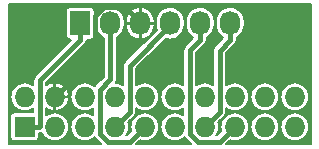
<source format=gbr>
G04 #@! TF.GenerationSoftware,KiCad,Pcbnew,(2017-10-24 revision cffe1b51e)-master*
G04 #@! TF.CreationDate,2017-11-01T11:13:37-07:00*
G04 #@! TF.ProjectId,jtag-swd,6A7461672D7377642E6B696361645F70,rev?*
G04 #@! TF.SameCoordinates,Original*
G04 #@! TF.FileFunction,Copper,L1,Top,Signal*
G04 #@! TF.FilePolarity,Positive*
%FSLAX46Y46*%
G04 Gerber Fmt 4.6, Leading zero omitted, Abs format (unit mm)*
G04 Created by KiCad (PCBNEW (2017-10-24 revision cffe1b51e)-master) date Wednesday, November 01, 2017 'AMt' 11:13:37 AM*
%MOMM*%
%LPD*%
G01*
G04 APERTURE LIST*
%ADD10R,1.727200X1.727200*%
%ADD11O,1.727200X1.727200*%
%ADD12R,1.727200X2.032000*%
%ADD13O,1.727200X2.032000*%
%ADD14C,0.508000*%
%ADD15C,0.381000*%
%ADD16C,0.203200*%
G04 APERTURE END LIST*
D10*
X31115000Y-44450000D03*
D11*
X31115000Y-41910000D03*
X33655000Y-44450000D03*
X33655000Y-41910000D03*
X36195000Y-44450000D03*
X36195000Y-41910000D03*
X38735000Y-44450000D03*
X38735000Y-41910000D03*
X41275000Y-44450000D03*
X41275000Y-41910000D03*
X43815000Y-44450000D03*
X43815000Y-41910000D03*
X46355000Y-44450000D03*
X46355000Y-41910000D03*
X48895000Y-44450000D03*
X48895000Y-41910000D03*
X51435000Y-44450000D03*
X51435000Y-41910000D03*
X53975000Y-44450000D03*
X53975000Y-41910000D03*
D12*
X35814000Y-35687000D03*
D13*
X38354000Y-35687000D03*
X40894000Y-35687000D03*
X43434000Y-35687000D03*
X45974000Y-35687000D03*
X48514000Y-35687000D03*
D14*
X38735000Y-42037000D02*
X38735000Y-41402000D01*
D15*
X31115000Y-44450000D02*
X32359600Y-44450000D01*
X32359600Y-44450000D02*
X32400899Y-44408701D01*
X32400899Y-44408701D02*
X32400899Y-40497101D01*
X32400899Y-40497101D02*
X35814000Y-37084000D01*
X35814000Y-37084000D02*
X35814000Y-35687000D01*
X33655000Y-41910000D02*
X37068101Y-38496899D01*
X39639890Y-34280490D02*
X40894000Y-35534600D01*
X37068101Y-38496899D02*
X37068101Y-35046920D01*
X37068101Y-35046920D02*
X37834531Y-34280490D01*
X37834531Y-34280490D02*
X39639890Y-34280490D01*
X40894000Y-35534600D02*
X40894000Y-35687000D01*
X40894000Y-35839400D02*
X40894000Y-35687000D01*
X38735000Y-44450000D02*
X39989101Y-43195899D01*
X39989101Y-43195899D02*
X39989101Y-39284299D01*
X39989101Y-39284299D02*
X43434000Y-35839400D01*
X43434000Y-35839400D02*
X43434000Y-35687000D01*
X41275000Y-44450000D02*
X40020899Y-45704101D01*
X40020899Y-45704101D02*
X38133031Y-45704101D01*
X38133031Y-45704101D02*
X37480899Y-45051969D01*
X37480899Y-45051969D02*
X37480899Y-41308031D01*
X37480899Y-41308031D02*
X38354000Y-40434930D01*
X38354000Y-40434930D02*
X38354000Y-37084000D01*
X38354000Y-37084000D02*
X38354000Y-35687000D01*
X46355000Y-44450000D02*
X47609101Y-43195899D01*
X47609101Y-43195899D02*
X47609101Y-37988899D01*
X47609101Y-37988899D02*
X48514000Y-37084000D01*
X48514000Y-37084000D02*
X48514000Y-35687000D01*
X48895000Y-44450000D02*
X47640899Y-45704101D01*
X47640899Y-45704101D02*
X45753031Y-45704101D01*
X45753031Y-45704101D02*
X45100899Y-45051969D01*
X45100899Y-45051969D02*
X45100899Y-37957101D01*
X45100899Y-37957101D02*
X45974000Y-37084000D01*
X45974000Y-37084000D02*
X45974000Y-35687000D01*
D16*
G36*
X55322400Y-45924400D02*
X48192902Y-45924400D01*
X48513486Y-45603816D01*
X48635615Y-45642558D01*
X48872078Y-45669081D01*
X48889101Y-45669200D01*
X48900899Y-45669200D01*
X49137710Y-45645981D01*
X49365500Y-45577207D01*
X49575594Y-45465498D01*
X49759989Y-45315109D01*
X49911662Y-45131768D01*
X50024835Y-44922459D01*
X50095197Y-44695154D01*
X50120069Y-44458512D01*
X50118520Y-44441488D01*
X50209931Y-44441488D01*
X50231496Y-44678455D01*
X50298678Y-44906720D01*
X50408918Y-45117589D01*
X50558016Y-45303030D01*
X50740293Y-45455978D01*
X50948807Y-45570610D01*
X51175615Y-45642558D01*
X51412078Y-45669081D01*
X51429101Y-45669200D01*
X51440899Y-45669200D01*
X51677710Y-45645981D01*
X51905500Y-45577207D01*
X52115594Y-45465498D01*
X52299989Y-45315109D01*
X52451662Y-45131768D01*
X52564835Y-44922459D01*
X52635197Y-44695154D01*
X52660069Y-44458512D01*
X52658520Y-44441488D01*
X52749931Y-44441488D01*
X52771496Y-44678455D01*
X52838678Y-44906720D01*
X52948918Y-45117589D01*
X53098016Y-45303030D01*
X53280293Y-45455978D01*
X53488807Y-45570610D01*
X53715615Y-45642558D01*
X53952078Y-45669081D01*
X53969101Y-45669200D01*
X53980899Y-45669200D01*
X54217710Y-45645981D01*
X54445500Y-45577207D01*
X54655594Y-45465498D01*
X54839989Y-45315109D01*
X54991662Y-45131768D01*
X55104835Y-44922459D01*
X55175197Y-44695154D01*
X55200069Y-44458512D01*
X55178504Y-44221545D01*
X55111322Y-43993280D01*
X55001082Y-43782411D01*
X54851984Y-43596970D01*
X54669707Y-43444022D01*
X54461193Y-43329390D01*
X54234385Y-43257442D01*
X53997922Y-43230919D01*
X53980899Y-43230800D01*
X53969101Y-43230800D01*
X53732290Y-43254019D01*
X53504500Y-43322793D01*
X53294406Y-43434502D01*
X53110011Y-43584891D01*
X52958338Y-43768232D01*
X52845165Y-43977541D01*
X52774803Y-44204846D01*
X52749931Y-44441488D01*
X52658520Y-44441488D01*
X52638504Y-44221545D01*
X52571322Y-43993280D01*
X52461082Y-43782411D01*
X52311984Y-43596970D01*
X52129707Y-43444022D01*
X51921193Y-43329390D01*
X51694385Y-43257442D01*
X51457922Y-43230919D01*
X51440899Y-43230800D01*
X51429101Y-43230800D01*
X51192290Y-43254019D01*
X50964500Y-43322793D01*
X50754406Y-43434502D01*
X50570011Y-43584891D01*
X50418338Y-43768232D01*
X50305165Y-43977541D01*
X50234803Y-44204846D01*
X50209931Y-44441488D01*
X50118520Y-44441488D01*
X50098504Y-44221545D01*
X50031322Y-43993280D01*
X49921082Y-43782411D01*
X49771984Y-43596970D01*
X49589707Y-43444022D01*
X49381193Y-43329390D01*
X49154385Y-43257442D01*
X48917922Y-43230919D01*
X48900899Y-43230800D01*
X48889101Y-43230800D01*
X48652290Y-43254019D01*
X48424500Y-43322793D01*
X48214406Y-43434502D01*
X48030011Y-43584891D01*
X47878338Y-43768232D01*
X47765165Y-43977541D01*
X47694803Y-44204846D01*
X47669931Y-44441488D01*
X47691496Y-44678455D01*
X47737599Y-44835099D01*
X47414697Y-45158001D01*
X47349960Y-45158001D01*
X47371662Y-45131768D01*
X47484835Y-44922459D01*
X47555197Y-44695154D01*
X47580069Y-44458512D01*
X47558504Y-44221545D01*
X47512401Y-44064901D01*
X47995252Y-43582050D01*
X48027294Y-43543041D01*
X48059695Y-43504427D01*
X48061076Y-43501915D01*
X48062902Y-43499692D01*
X48086763Y-43455191D01*
X48111041Y-43411031D01*
X48111909Y-43408295D01*
X48113267Y-43405762D01*
X48128021Y-43357503D01*
X48143267Y-43309440D01*
X48143587Y-43306586D01*
X48144427Y-43303839D01*
X48149526Y-43253645D01*
X48155148Y-43203524D01*
X48155187Y-43197913D01*
X48155198Y-43197805D01*
X48155188Y-43197704D01*
X48155201Y-43195899D01*
X48155201Y-42878141D01*
X48200293Y-42915978D01*
X48408807Y-43030610D01*
X48635615Y-43102558D01*
X48872078Y-43129081D01*
X48889101Y-43129200D01*
X48900899Y-43129200D01*
X49137710Y-43105981D01*
X49365500Y-43037207D01*
X49575594Y-42925498D01*
X49759989Y-42775109D01*
X49911662Y-42591768D01*
X50024835Y-42382459D01*
X50095197Y-42155154D01*
X50120069Y-41918512D01*
X50118520Y-41901488D01*
X50209931Y-41901488D01*
X50231496Y-42138455D01*
X50298678Y-42366720D01*
X50408918Y-42577589D01*
X50558016Y-42763030D01*
X50740293Y-42915978D01*
X50948807Y-43030610D01*
X51175615Y-43102558D01*
X51412078Y-43129081D01*
X51429101Y-43129200D01*
X51440899Y-43129200D01*
X51677710Y-43105981D01*
X51905500Y-43037207D01*
X52115594Y-42925498D01*
X52299989Y-42775109D01*
X52451662Y-42591768D01*
X52564835Y-42382459D01*
X52635197Y-42155154D01*
X52660069Y-41918512D01*
X52658520Y-41901488D01*
X52749931Y-41901488D01*
X52771496Y-42138455D01*
X52838678Y-42366720D01*
X52948918Y-42577589D01*
X53098016Y-42763030D01*
X53280293Y-42915978D01*
X53488807Y-43030610D01*
X53715615Y-43102558D01*
X53952078Y-43129081D01*
X53969101Y-43129200D01*
X53980899Y-43129200D01*
X54217710Y-43105981D01*
X54445500Y-43037207D01*
X54655594Y-42925498D01*
X54839989Y-42775109D01*
X54991662Y-42591768D01*
X55104835Y-42382459D01*
X55175197Y-42155154D01*
X55200069Y-41918512D01*
X55178504Y-41681545D01*
X55111322Y-41453280D01*
X55001082Y-41242411D01*
X54851984Y-41056970D01*
X54669707Y-40904022D01*
X54461193Y-40789390D01*
X54234385Y-40717442D01*
X53997922Y-40690919D01*
X53980899Y-40690800D01*
X53969101Y-40690800D01*
X53732290Y-40714019D01*
X53504500Y-40782793D01*
X53294406Y-40894502D01*
X53110011Y-41044891D01*
X52958338Y-41228232D01*
X52845165Y-41437541D01*
X52774803Y-41664846D01*
X52749931Y-41901488D01*
X52658520Y-41901488D01*
X52638504Y-41681545D01*
X52571322Y-41453280D01*
X52461082Y-41242411D01*
X52311984Y-41056970D01*
X52129707Y-40904022D01*
X51921193Y-40789390D01*
X51694385Y-40717442D01*
X51457922Y-40690919D01*
X51440899Y-40690800D01*
X51429101Y-40690800D01*
X51192290Y-40714019D01*
X50964500Y-40782793D01*
X50754406Y-40894502D01*
X50570011Y-41044891D01*
X50418338Y-41228232D01*
X50305165Y-41437541D01*
X50234803Y-41664846D01*
X50209931Y-41901488D01*
X50118520Y-41901488D01*
X50098504Y-41681545D01*
X50031322Y-41453280D01*
X49921082Y-41242411D01*
X49771984Y-41056970D01*
X49589707Y-40904022D01*
X49381193Y-40789390D01*
X49154385Y-40717442D01*
X48917922Y-40690919D01*
X48900899Y-40690800D01*
X48889101Y-40690800D01*
X48652290Y-40714019D01*
X48424500Y-40782793D01*
X48214406Y-40894502D01*
X48155201Y-40942788D01*
X48155201Y-38215101D01*
X48900151Y-37470151D01*
X48932189Y-37431147D01*
X48964594Y-37392528D01*
X48965975Y-37390015D01*
X48967800Y-37387794D01*
X48991644Y-37343326D01*
X49015940Y-37299132D01*
X49016809Y-37296394D01*
X49018165Y-37293864D01*
X49032901Y-37245664D01*
X49048166Y-37197541D01*
X49048487Y-37194684D01*
X49049325Y-37191941D01*
X49054420Y-37141786D01*
X49060047Y-37091625D01*
X49060086Y-37086015D01*
X49060097Y-37085907D01*
X49060087Y-37085806D01*
X49060100Y-37084000D01*
X49060100Y-36929733D01*
X49181589Y-36866220D01*
X49367030Y-36717122D01*
X49519978Y-36534845D01*
X49634610Y-36326331D01*
X49706558Y-36099523D01*
X49733081Y-35863060D01*
X49733200Y-35846037D01*
X49733200Y-35527963D01*
X49709981Y-35291152D01*
X49641207Y-35063362D01*
X49529498Y-34853268D01*
X49379109Y-34668873D01*
X49195768Y-34517200D01*
X48986459Y-34404027D01*
X48759154Y-34333665D01*
X48522512Y-34308793D01*
X48285545Y-34330358D01*
X48057280Y-34397540D01*
X47846411Y-34507780D01*
X47660970Y-34656878D01*
X47508022Y-34839155D01*
X47393390Y-35047669D01*
X47321442Y-35274477D01*
X47294919Y-35510940D01*
X47294800Y-35527963D01*
X47294800Y-35846037D01*
X47318019Y-36082848D01*
X47386793Y-36310638D01*
X47498502Y-36520732D01*
X47648891Y-36705127D01*
X47832232Y-36856800D01*
X47920936Y-36904762D01*
X47222950Y-37602748D01*
X47190889Y-37641779D01*
X47158507Y-37680371D01*
X47157128Y-37682880D01*
X47155300Y-37685105D01*
X47131417Y-37729647D01*
X47107161Y-37773767D01*
X47106294Y-37776501D01*
X47104935Y-37779035D01*
X47090173Y-37827322D01*
X47074935Y-37875358D01*
X47074615Y-37878210D01*
X47073775Y-37880958D01*
X47068676Y-37931158D01*
X47063054Y-37981274D01*
X47063015Y-37986885D01*
X47063004Y-37986993D01*
X47063014Y-37987094D01*
X47063001Y-37988899D01*
X47063001Y-40915177D01*
X47049707Y-40904022D01*
X46841193Y-40789390D01*
X46614385Y-40717442D01*
X46377922Y-40690919D01*
X46360899Y-40690800D01*
X46349101Y-40690800D01*
X46112290Y-40714019D01*
X45884500Y-40782793D01*
X45674406Y-40894502D01*
X45646999Y-40916855D01*
X45646999Y-38183303D01*
X46360151Y-37470151D01*
X46392189Y-37431147D01*
X46424594Y-37392528D01*
X46425975Y-37390015D01*
X46427800Y-37387794D01*
X46451663Y-37343291D01*
X46475940Y-37299132D01*
X46476807Y-37296398D01*
X46478166Y-37293864D01*
X46492928Y-37245577D01*
X46508166Y-37197541D01*
X46508486Y-37194689D01*
X46509326Y-37191941D01*
X46514426Y-37141736D01*
X46520047Y-37091625D01*
X46520086Y-37086015D01*
X46520097Y-37085907D01*
X46520087Y-37085806D01*
X46520100Y-37084000D01*
X46520100Y-36929733D01*
X46641589Y-36866220D01*
X46827030Y-36717122D01*
X46979978Y-36534845D01*
X47094610Y-36326331D01*
X47166558Y-36099523D01*
X47193081Y-35863060D01*
X47193200Y-35846037D01*
X47193200Y-35527963D01*
X47169981Y-35291152D01*
X47101207Y-35063362D01*
X46989498Y-34853268D01*
X46839109Y-34668873D01*
X46655768Y-34517200D01*
X46446459Y-34404027D01*
X46219154Y-34333665D01*
X45982512Y-34308793D01*
X45745545Y-34330358D01*
X45517280Y-34397540D01*
X45306411Y-34507780D01*
X45120970Y-34656878D01*
X44968022Y-34839155D01*
X44853390Y-35047669D01*
X44781442Y-35274477D01*
X44754919Y-35510940D01*
X44754800Y-35527963D01*
X44754800Y-35846037D01*
X44778019Y-36082848D01*
X44846793Y-36310638D01*
X44958502Y-36520732D01*
X45108891Y-36705127D01*
X45292232Y-36856800D01*
X45380936Y-36904762D01*
X44714748Y-37570950D01*
X44682687Y-37609981D01*
X44650305Y-37648573D01*
X44648926Y-37651082D01*
X44647098Y-37653307D01*
X44623215Y-37697849D01*
X44598959Y-37741969D01*
X44598092Y-37744703D01*
X44596733Y-37747237D01*
X44581971Y-37795524D01*
X44566733Y-37843560D01*
X44566413Y-37846412D01*
X44565573Y-37849160D01*
X44560474Y-37899360D01*
X44554852Y-37949476D01*
X44554813Y-37955087D01*
X44554802Y-37955195D01*
X44554812Y-37955296D01*
X44554799Y-37957101D01*
X44554799Y-40941859D01*
X44509707Y-40904022D01*
X44301193Y-40789390D01*
X44074385Y-40717442D01*
X43837922Y-40690919D01*
X43820899Y-40690800D01*
X43809101Y-40690800D01*
X43572290Y-40714019D01*
X43344500Y-40782793D01*
X43134406Y-40894502D01*
X42950011Y-41044891D01*
X42798338Y-41228232D01*
X42685165Y-41437541D01*
X42614803Y-41664846D01*
X42589931Y-41901488D01*
X42611496Y-42138455D01*
X42678678Y-42366720D01*
X42788918Y-42577589D01*
X42938016Y-42763030D01*
X43120293Y-42915978D01*
X43328807Y-43030610D01*
X43555615Y-43102558D01*
X43792078Y-43129081D01*
X43809101Y-43129200D01*
X43820899Y-43129200D01*
X44057710Y-43105981D01*
X44285500Y-43037207D01*
X44495594Y-42925498D01*
X44554799Y-42877212D01*
X44554799Y-43481859D01*
X44509707Y-43444022D01*
X44301193Y-43329390D01*
X44074385Y-43257442D01*
X43837922Y-43230919D01*
X43820899Y-43230800D01*
X43809101Y-43230800D01*
X43572290Y-43254019D01*
X43344500Y-43322793D01*
X43134406Y-43434502D01*
X42950011Y-43584891D01*
X42798338Y-43768232D01*
X42685165Y-43977541D01*
X42614803Y-44204846D01*
X42589931Y-44441488D01*
X42611496Y-44678455D01*
X42678678Y-44906720D01*
X42788918Y-45117589D01*
X42938016Y-45303030D01*
X43120293Y-45455978D01*
X43328807Y-45570610D01*
X43555615Y-45642558D01*
X43792078Y-45669081D01*
X43809101Y-45669200D01*
X43820899Y-45669200D01*
X44057710Y-45645981D01*
X44285500Y-45577207D01*
X44495594Y-45465498D01*
X44641430Y-45346557D01*
X44642901Y-45349396D01*
X44644693Y-45351641D01*
X44646041Y-45354176D01*
X44677928Y-45393274D01*
X44709394Y-45432691D01*
X44713332Y-45436684D01*
X44713402Y-45436770D01*
X44713482Y-45436836D01*
X44714748Y-45438120D01*
X45201028Y-45924400D01*
X40572902Y-45924400D01*
X40893486Y-45603816D01*
X41015615Y-45642558D01*
X41252078Y-45669081D01*
X41269101Y-45669200D01*
X41280899Y-45669200D01*
X41517710Y-45645981D01*
X41745500Y-45577207D01*
X41955594Y-45465498D01*
X42139989Y-45315109D01*
X42291662Y-45131768D01*
X42404835Y-44922459D01*
X42475197Y-44695154D01*
X42500069Y-44458512D01*
X42478504Y-44221545D01*
X42411322Y-43993280D01*
X42301082Y-43782411D01*
X42151984Y-43596970D01*
X41969707Y-43444022D01*
X41761193Y-43329390D01*
X41534385Y-43257442D01*
X41297922Y-43230919D01*
X41280899Y-43230800D01*
X41269101Y-43230800D01*
X41032290Y-43254019D01*
X40804500Y-43322793D01*
X40594406Y-43434502D01*
X40410011Y-43584891D01*
X40258338Y-43768232D01*
X40145165Y-43977541D01*
X40074803Y-44204846D01*
X40049931Y-44441488D01*
X40071496Y-44678455D01*
X40117599Y-44835099D01*
X39794697Y-45158001D01*
X39729960Y-45158001D01*
X39751662Y-45131768D01*
X39864835Y-44922459D01*
X39935197Y-44695154D01*
X39960069Y-44458512D01*
X39938504Y-44221545D01*
X39892401Y-44064901D01*
X40375252Y-43582050D01*
X40407294Y-43543041D01*
X40439695Y-43504427D01*
X40441076Y-43501915D01*
X40442902Y-43499692D01*
X40466763Y-43455191D01*
X40491041Y-43411031D01*
X40491909Y-43408295D01*
X40493267Y-43405762D01*
X40508021Y-43357503D01*
X40523267Y-43309440D01*
X40523587Y-43306586D01*
X40524427Y-43303839D01*
X40529526Y-43253645D01*
X40535148Y-43203524D01*
X40535187Y-43197913D01*
X40535198Y-43197805D01*
X40535188Y-43197704D01*
X40535201Y-43195899D01*
X40535201Y-42878141D01*
X40580293Y-42915978D01*
X40788807Y-43030610D01*
X41015615Y-43102558D01*
X41252078Y-43129081D01*
X41269101Y-43129200D01*
X41280899Y-43129200D01*
X41517710Y-43105981D01*
X41745500Y-43037207D01*
X41955594Y-42925498D01*
X42139989Y-42775109D01*
X42291662Y-42591768D01*
X42404835Y-42382459D01*
X42475197Y-42155154D01*
X42500069Y-41918512D01*
X42478504Y-41681545D01*
X42411322Y-41453280D01*
X42301082Y-41242411D01*
X42151984Y-41056970D01*
X41969707Y-40904022D01*
X41761193Y-40789390D01*
X41534385Y-40717442D01*
X41297922Y-40690919D01*
X41280899Y-40690800D01*
X41269101Y-40690800D01*
X41032290Y-40714019D01*
X40804500Y-40782793D01*
X40594406Y-40894502D01*
X40535201Y-40942788D01*
X40535201Y-39510501D01*
X43048737Y-36996965D01*
X43188846Y-37040335D01*
X43425488Y-37065207D01*
X43662455Y-37043642D01*
X43890720Y-36976460D01*
X44101589Y-36866220D01*
X44287030Y-36717122D01*
X44439978Y-36534845D01*
X44554610Y-36326331D01*
X44626558Y-36099523D01*
X44653081Y-35863060D01*
X44653200Y-35846037D01*
X44653200Y-35527963D01*
X44629981Y-35291152D01*
X44561207Y-35063362D01*
X44449498Y-34853268D01*
X44299109Y-34668873D01*
X44115768Y-34517200D01*
X43906459Y-34404027D01*
X43679154Y-34333665D01*
X43442512Y-34308793D01*
X43205545Y-34330358D01*
X42977280Y-34397540D01*
X42766411Y-34507780D01*
X42580970Y-34656878D01*
X42428022Y-34839155D01*
X42313390Y-35047669D01*
X42241442Y-35274477D01*
X42214919Y-35510940D01*
X42214800Y-35527963D01*
X42214800Y-35846037D01*
X42238019Y-36082848D01*
X42279815Y-36221283D01*
X39602950Y-38898148D01*
X39570889Y-38937179D01*
X39538507Y-38975771D01*
X39537128Y-38978280D01*
X39535300Y-38980505D01*
X39511417Y-39025047D01*
X39487161Y-39069167D01*
X39486294Y-39071901D01*
X39484935Y-39074435D01*
X39470173Y-39122722D01*
X39454935Y-39170758D01*
X39454615Y-39173610D01*
X39453775Y-39176358D01*
X39448676Y-39226558D01*
X39443054Y-39276674D01*
X39443015Y-39282285D01*
X39443004Y-39282393D01*
X39443014Y-39282494D01*
X39443001Y-39284299D01*
X39443001Y-40915177D01*
X39429707Y-40904022D01*
X39221193Y-40789390D01*
X38994385Y-40717442D01*
X38829150Y-40698908D01*
X38831663Y-40694221D01*
X38855940Y-40650062D01*
X38856807Y-40647328D01*
X38858166Y-40644794D01*
X38872928Y-40596507D01*
X38888166Y-40548471D01*
X38888486Y-40545619D01*
X38889326Y-40542871D01*
X38894426Y-40492666D01*
X38900047Y-40442555D01*
X38900086Y-40436945D01*
X38900097Y-40436837D01*
X38900087Y-40436736D01*
X38900100Y-40434930D01*
X38900100Y-36929733D01*
X39021589Y-36866220D01*
X39207030Y-36717122D01*
X39359978Y-36534845D01*
X39474610Y-36326331D01*
X39546558Y-36099523D01*
X39573081Y-35863060D01*
X39573200Y-35846037D01*
X39573200Y-35712400D01*
X39674800Y-35712400D01*
X39674800Y-35864800D01*
X39703182Y-36102166D01*
X39777326Y-36329434D01*
X39894383Y-36537870D01*
X40049855Y-36719465D01*
X40237767Y-36867239D01*
X40450898Y-36975514D01*
X40678229Y-37039354D01*
X40868600Y-36969415D01*
X40868600Y-35712400D01*
X40919400Y-35712400D01*
X40919400Y-36969415D01*
X41109771Y-37039354D01*
X41337102Y-36975514D01*
X41550233Y-36867239D01*
X41738145Y-36719465D01*
X41893617Y-36537870D01*
X42010674Y-36329434D01*
X42084818Y-36102166D01*
X42113200Y-35864800D01*
X42113200Y-35712400D01*
X40919400Y-35712400D01*
X40868600Y-35712400D01*
X39674800Y-35712400D01*
X39573200Y-35712400D01*
X39573200Y-35527963D01*
X39571361Y-35509200D01*
X39674800Y-35509200D01*
X39674800Y-35661600D01*
X40868600Y-35661600D01*
X40868600Y-34404585D01*
X40919400Y-34404585D01*
X40919400Y-35661600D01*
X42113200Y-35661600D01*
X42113200Y-35509200D01*
X42084818Y-35271834D01*
X42010674Y-35044566D01*
X41893617Y-34836130D01*
X41738145Y-34654535D01*
X41550233Y-34506761D01*
X41337102Y-34398486D01*
X41109771Y-34334646D01*
X40919400Y-34404585D01*
X40868600Y-34404585D01*
X40678229Y-34334646D01*
X40450898Y-34398486D01*
X40237767Y-34506761D01*
X40049855Y-34654535D01*
X39894383Y-34836130D01*
X39777326Y-35044566D01*
X39703182Y-35271834D01*
X39674800Y-35509200D01*
X39571361Y-35509200D01*
X39549981Y-35291152D01*
X39481207Y-35063362D01*
X39369498Y-34853268D01*
X39219109Y-34668873D01*
X39035768Y-34517200D01*
X38826459Y-34404027D01*
X38599154Y-34333665D01*
X38362512Y-34308793D01*
X38125545Y-34330358D01*
X37897280Y-34397540D01*
X37686411Y-34507780D01*
X37500970Y-34656878D01*
X37348022Y-34839155D01*
X37233390Y-35047669D01*
X37161442Y-35274477D01*
X37134919Y-35510940D01*
X37134800Y-35527963D01*
X37134800Y-35846037D01*
X37158019Y-36082848D01*
X37226793Y-36310638D01*
X37338502Y-36520732D01*
X37488891Y-36705127D01*
X37672232Y-36856800D01*
X37807900Y-36930155D01*
X37807900Y-40208728D01*
X37094748Y-40921880D01*
X37062687Y-40960911D01*
X37030305Y-40999503D01*
X37028926Y-41002012D01*
X37027098Y-41004237D01*
X37021525Y-41014630D01*
X36889707Y-40904022D01*
X36681193Y-40789390D01*
X36454385Y-40717442D01*
X36217922Y-40690919D01*
X36200899Y-40690800D01*
X36189101Y-40690800D01*
X35952290Y-40714019D01*
X35724500Y-40782793D01*
X35514406Y-40894502D01*
X35330011Y-41044891D01*
X35178338Y-41228232D01*
X35065165Y-41437541D01*
X34994803Y-41664846D01*
X34969931Y-41901488D01*
X34991496Y-42138455D01*
X35058678Y-42366720D01*
X35168918Y-42577589D01*
X35318016Y-42763030D01*
X35500293Y-42915978D01*
X35708807Y-43030610D01*
X35935615Y-43102558D01*
X36172078Y-43129081D01*
X36189101Y-43129200D01*
X36200899Y-43129200D01*
X36437710Y-43105981D01*
X36665500Y-43037207D01*
X36875594Y-42925498D01*
X36934799Y-42877212D01*
X36934799Y-43481859D01*
X36889707Y-43444022D01*
X36681193Y-43329390D01*
X36454385Y-43257442D01*
X36217922Y-43230919D01*
X36200899Y-43230800D01*
X36189101Y-43230800D01*
X35952290Y-43254019D01*
X35724500Y-43322793D01*
X35514406Y-43434502D01*
X35330011Y-43584891D01*
X35178338Y-43768232D01*
X35065165Y-43977541D01*
X34994803Y-44204846D01*
X34969931Y-44441488D01*
X34991496Y-44678455D01*
X35058678Y-44906720D01*
X35168918Y-45117589D01*
X35318016Y-45303030D01*
X35500293Y-45455978D01*
X35708807Y-45570610D01*
X35935615Y-45642558D01*
X36172078Y-45669081D01*
X36189101Y-45669200D01*
X36200899Y-45669200D01*
X36437710Y-45645981D01*
X36665500Y-45577207D01*
X36875594Y-45465498D01*
X37021430Y-45346557D01*
X37022901Y-45349396D01*
X37024693Y-45351641D01*
X37026041Y-45354176D01*
X37057928Y-45393274D01*
X37089394Y-45432691D01*
X37093332Y-45436684D01*
X37093402Y-45436770D01*
X37093482Y-45436836D01*
X37094748Y-45438120D01*
X37581028Y-45924400D01*
X29767600Y-45924400D01*
X29767600Y-41901488D01*
X29889931Y-41901488D01*
X29911496Y-42138455D01*
X29978678Y-42366720D01*
X30088918Y-42577589D01*
X30238016Y-42763030D01*
X30420293Y-42915978D01*
X30628807Y-43030610D01*
X30855615Y-43102558D01*
X31092078Y-43129081D01*
X31109101Y-43129200D01*
X31120899Y-43129200D01*
X31357710Y-43105981D01*
X31585500Y-43037207D01*
X31795594Y-42925498D01*
X31854799Y-42877212D01*
X31854799Y-43229080D01*
X30251400Y-43229080D01*
X30194772Y-43233596D01*
X30098725Y-43263340D01*
X30014767Y-43318664D01*
X29949546Y-43395188D01*
X29908227Y-43486853D01*
X29894080Y-43586400D01*
X29894080Y-45313600D01*
X29898596Y-45370228D01*
X29928340Y-45466275D01*
X29983664Y-45550233D01*
X30060188Y-45615454D01*
X30151853Y-45656773D01*
X30251400Y-45670920D01*
X31978600Y-45670920D01*
X32035228Y-45666404D01*
X32131275Y-45636660D01*
X32215233Y-45581336D01*
X32280454Y-45504812D01*
X32321773Y-45413147D01*
X32335920Y-45313600D01*
X32335920Y-44996100D01*
X32359600Y-44996100D01*
X32409872Y-44991171D01*
X32460056Y-44986780D01*
X32462807Y-44985981D01*
X32465671Y-44985700D01*
X32514042Y-44971096D01*
X32547284Y-44961439D01*
X32628918Y-45117589D01*
X32778016Y-45303030D01*
X32960293Y-45455978D01*
X33168807Y-45570610D01*
X33395615Y-45642558D01*
X33632078Y-45669081D01*
X33649101Y-45669200D01*
X33660899Y-45669200D01*
X33897710Y-45645981D01*
X34125500Y-45577207D01*
X34335594Y-45465498D01*
X34519989Y-45315109D01*
X34671662Y-45131768D01*
X34784835Y-44922459D01*
X34855197Y-44695154D01*
X34880069Y-44458512D01*
X34858504Y-44221545D01*
X34791322Y-43993280D01*
X34681082Y-43782411D01*
X34531984Y-43596970D01*
X34349707Y-43444022D01*
X34141193Y-43329390D01*
X33914385Y-43257442D01*
X33677922Y-43230919D01*
X33660899Y-43230800D01*
X33649101Y-43230800D01*
X33412290Y-43254019D01*
X33184500Y-43322793D01*
X32974406Y-43434502D01*
X32946999Y-43456855D01*
X32946999Y-42896962D01*
X32996450Y-42936042D01*
X33209275Y-43044804D01*
X33439229Y-43109956D01*
X33629600Y-43040037D01*
X33629600Y-41935400D01*
X33680400Y-41935400D01*
X33680400Y-43040037D01*
X33870771Y-43109956D01*
X34100725Y-43044804D01*
X34313550Y-42936042D01*
X34501067Y-42787850D01*
X34656070Y-42605923D01*
X34772603Y-42397252D01*
X34846187Y-42169856D01*
X34854954Y-42125771D01*
X34785015Y-41935400D01*
X33680400Y-41935400D01*
X33629600Y-41935400D01*
X33609600Y-41935400D01*
X33609600Y-41884600D01*
X33629600Y-41884600D01*
X33629600Y-40779963D01*
X33680400Y-40779963D01*
X33680400Y-41884600D01*
X34785015Y-41884600D01*
X34854954Y-41694229D01*
X34846187Y-41650144D01*
X34772603Y-41422748D01*
X34656070Y-41214077D01*
X34501067Y-41032150D01*
X34313550Y-40883958D01*
X34100725Y-40775196D01*
X33870771Y-40710044D01*
X33680400Y-40779963D01*
X33629600Y-40779963D01*
X33439229Y-40710044D01*
X33209275Y-40775196D01*
X32996450Y-40883958D01*
X32946999Y-40923038D01*
X32946999Y-40723303D01*
X36200151Y-37470151D01*
X36232193Y-37431142D01*
X36264594Y-37392528D01*
X36265975Y-37390016D01*
X36267801Y-37387793D01*
X36291662Y-37343292D01*
X36315940Y-37299132D01*
X36316808Y-37296396D01*
X36318166Y-37293863D01*
X36332920Y-37245604D01*
X36348166Y-37197541D01*
X36348486Y-37194687D01*
X36349326Y-37191940D01*
X36354425Y-37141746D01*
X36360047Y-37091625D01*
X36360086Y-37086014D01*
X36360097Y-37085906D01*
X36360087Y-37085805D01*
X36360100Y-37084000D01*
X36360100Y-37060320D01*
X36677600Y-37060320D01*
X36734228Y-37055804D01*
X36830275Y-37026060D01*
X36914233Y-36970736D01*
X36979454Y-36894212D01*
X37020773Y-36802547D01*
X37034920Y-36703000D01*
X37034920Y-34671000D01*
X37030404Y-34614372D01*
X37000660Y-34518325D01*
X36945336Y-34434367D01*
X36868812Y-34369146D01*
X36777147Y-34327827D01*
X36677600Y-34313680D01*
X34950400Y-34313680D01*
X34893772Y-34318196D01*
X34797725Y-34347940D01*
X34713767Y-34403264D01*
X34648546Y-34479788D01*
X34607227Y-34571453D01*
X34593080Y-34671000D01*
X34593080Y-36703000D01*
X34597596Y-36759628D01*
X34627340Y-36855675D01*
X34682664Y-36939633D01*
X34759188Y-37004854D01*
X34850853Y-37046173D01*
X34950400Y-37060320D01*
X35065378Y-37060320D01*
X32014748Y-40110950D01*
X31982687Y-40149981D01*
X31950305Y-40188573D01*
X31948926Y-40191082D01*
X31947098Y-40193307D01*
X31923215Y-40237849D01*
X31898959Y-40281969D01*
X31898092Y-40284703D01*
X31896733Y-40287237D01*
X31881971Y-40335524D01*
X31866733Y-40383560D01*
X31866413Y-40386412D01*
X31865573Y-40389160D01*
X31860474Y-40439360D01*
X31854852Y-40489476D01*
X31854813Y-40495087D01*
X31854802Y-40495195D01*
X31854812Y-40495296D01*
X31854799Y-40497101D01*
X31854799Y-40941859D01*
X31809707Y-40904022D01*
X31601193Y-40789390D01*
X31374385Y-40717442D01*
X31137922Y-40690919D01*
X31120899Y-40690800D01*
X31109101Y-40690800D01*
X30872290Y-40714019D01*
X30644500Y-40782793D01*
X30434406Y-40894502D01*
X30250011Y-41044891D01*
X30098338Y-41228232D01*
X29985165Y-41437541D01*
X29914803Y-41664846D01*
X29889931Y-41901488D01*
X29767600Y-41901488D01*
X29767600Y-34085600D01*
X55322400Y-34085600D01*
X55322400Y-45924400D01*
X55322400Y-45924400D01*
G37*
X55322400Y-45924400D02*
X48192902Y-45924400D01*
X48513486Y-45603816D01*
X48635615Y-45642558D01*
X48872078Y-45669081D01*
X48889101Y-45669200D01*
X48900899Y-45669200D01*
X49137710Y-45645981D01*
X49365500Y-45577207D01*
X49575594Y-45465498D01*
X49759989Y-45315109D01*
X49911662Y-45131768D01*
X50024835Y-44922459D01*
X50095197Y-44695154D01*
X50120069Y-44458512D01*
X50118520Y-44441488D01*
X50209931Y-44441488D01*
X50231496Y-44678455D01*
X50298678Y-44906720D01*
X50408918Y-45117589D01*
X50558016Y-45303030D01*
X50740293Y-45455978D01*
X50948807Y-45570610D01*
X51175615Y-45642558D01*
X51412078Y-45669081D01*
X51429101Y-45669200D01*
X51440899Y-45669200D01*
X51677710Y-45645981D01*
X51905500Y-45577207D01*
X52115594Y-45465498D01*
X52299989Y-45315109D01*
X52451662Y-45131768D01*
X52564835Y-44922459D01*
X52635197Y-44695154D01*
X52660069Y-44458512D01*
X52658520Y-44441488D01*
X52749931Y-44441488D01*
X52771496Y-44678455D01*
X52838678Y-44906720D01*
X52948918Y-45117589D01*
X53098016Y-45303030D01*
X53280293Y-45455978D01*
X53488807Y-45570610D01*
X53715615Y-45642558D01*
X53952078Y-45669081D01*
X53969101Y-45669200D01*
X53980899Y-45669200D01*
X54217710Y-45645981D01*
X54445500Y-45577207D01*
X54655594Y-45465498D01*
X54839989Y-45315109D01*
X54991662Y-45131768D01*
X55104835Y-44922459D01*
X55175197Y-44695154D01*
X55200069Y-44458512D01*
X55178504Y-44221545D01*
X55111322Y-43993280D01*
X55001082Y-43782411D01*
X54851984Y-43596970D01*
X54669707Y-43444022D01*
X54461193Y-43329390D01*
X54234385Y-43257442D01*
X53997922Y-43230919D01*
X53980899Y-43230800D01*
X53969101Y-43230800D01*
X53732290Y-43254019D01*
X53504500Y-43322793D01*
X53294406Y-43434502D01*
X53110011Y-43584891D01*
X52958338Y-43768232D01*
X52845165Y-43977541D01*
X52774803Y-44204846D01*
X52749931Y-44441488D01*
X52658520Y-44441488D01*
X52638504Y-44221545D01*
X52571322Y-43993280D01*
X52461082Y-43782411D01*
X52311984Y-43596970D01*
X52129707Y-43444022D01*
X51921193Y-43329390D01*
X51694385Y-43257442D01*
X51457922Y-43230919D01*
X51440899Y-43230800D01*
X51429101Y-43230800D01*
X51192290Y-43254019D01*
X50964500Y-43322793D01*
X50754406Y-43434502D01*
X50570011Y-43584891D01*
X50418338Y-43768232D01*
X50305165Y-43977541D01*
X50234803Y-44204846D01*
X50209931Y-44441488D01*
X50118520Y-44441488D01*
X50098504Y-44221545D01*
X50031322Y-43993280D01*
X49921082Y-43782411D01*
X49771984Y-43596970D01*
X49589707Y-43444022D01*
X49381193Y-43329390D01*
X49154385Y-43257442D01*
X48917922Y-43230919D01*
X48900899Y-43230800D01*
X48889101Y-43230800D01*
X48652290Y-43254019D01*
X48424500Y-43322793D01*
X48214406Y-43434502D01*
X48030011Y-43584891D01*
X47878338Y-43768232D01*
X47765165Y-43977541D01*
X47694803Y-44204846D01*
X47669931Y-44441488D01*
X47691496Y-44678455D01*
X47737599Y-44835099D01*
X47414697Y-45158001D01*
X47349960Y-45158001D01*
X47371662Y-45131768D01*
X47484835Y-44922459D01*
X47555197Y-44695154D01*
X47580069Y-44458512D01*
X47558504Y-44221545D01*
X47512401Y-44064901D01*
X47995252Y-43582050D01*
X48027294Y-43543041D01*
X48059695Y-43504427D01*
X48061076Y-43501915D01*
X48062902Y-43499692D01*
X48086763Y-43455191D01*
X48111041Y-43411031D01*
X48111909Y-43408295D01*
X48113267Y-43405762D01*
X48128021Y-43357503D01*
X48143267Y-43309440D01*
X48143587Y-43306586D01*
X48144427Y-43303839D01*
X48149526Y-43253645D01*
X48155148Y-43203524D01*
X48155187Y-43197913D01*
X48155198Y-43197805D01*
X48155188Y-43197704D01*
X48155201Y-43195899D01*
X48155201Y-42878141D01*
X48200293Y-42915978D01*
X48408807Y-43030610D01*
X48635615Y-43102558D01*
X48872078Y-43129081D01*
X48889101Y-43129200D01*
X48900899Y-43129200D01*
X49137710Y-43105981D01*
X49365500Y-43037207D01*
X49575594Y-42925498D01*
X49759989Y-42775109D01*
X49911662Y-42591768D01*
X50024835Y-42382459D01*
X50095197Y-42155154D01*
X50120069Y-41918512D01*
X50118520Y-41901488D01*
X50209931Y-41901488D01*
X50231496Y-42138455D01*
X50298678Y-42366720D01*
X50408918Y-42577589D01*
X50558016Y-42763030D01*
X50740293Y-42915978D01*
X50948807Y-43030610D01*
X51175615Y-43102558D01*
X51412078Y-43129081D01*
X51429101Y-43129200D01*
X51440899Y-43129200D01*
X51677710Y-43105981D01*
X51905500Y-43037207D01*
X52115594Y-42925498D01*
X52299989Y-42775109D01*
X52451662Y-42591768D01*
X52564835Y-42382459D01*
X52635197Y-42155154D01*
X52660069Y-41918512D01*
X52658520Y-41901488D01*
X52749931Y-41901488D01*
X52771496Y-42138455D01*
X52838678Y-42366720D01*
X52948918Y-42577589D01*
X53098016Y-42763030D01*
X53280293Y-42915978D01*
X53488807Y-43030610D01*
X53715615Y-43102558D01*
X53952078Y-43129081D01*
X53969101Y-43129200D01*
X53980899Y-43129200D01*
X54217710Y-43105981D01*
X54445500Y-43037207D01*
X54655594Y-42925498D01*
X54839989Y-42775109D01*
X54991662Y-42591768D01*
X55104835Y-42382459D01*
X55175197Y-42155154D01*
X55200069Y-41918512D01*
X55178504Y-41681545D01*
X55111322Y-41453280D01*
X55001082Y-41242411D01*
X54851984Y-41056970D01*
X54669707Y-40904022D01*
X54461193Y-40789390D01*
X54234385Y-40717442D01*
X53997922Y-40690919D01*
X53980899Y-40690800D01*
X53969101Y-40690800D01*
X53732290Y-40714019D01*
X53504500Y-40782793D01*
X53294406Y-40894502D01*
X53110011Y-41044891D01*
X52958338Y-41228232D01*
X52845165Y-41437541D01*
X52774803Y-41664846D01*
X52749931Y-41901488D01*
X52658520Y-41901488D01*
X52638504Y-41681545D01*
X52571322Y-41453280D01*
X52461082Y-41242411D01*
X52311984Y-41056970D01*
X52129707Y-40904022D01*
X51921193Y-40789390D01*
X51694385Y-40717442D01*
X51457922Y-40690919D01*
X51440899Y-40690800D01*
X51429101Y-40690800D01*
X51192290Y-40714019D01*
X50964500Y-40782793D01*
X50754406Y-40894502D01*
X50570011Y-41044891D01*
X50418338Y-41228232D01*
X50305165Y-41437541D01*
X50234803Y-41664846D01*
X50209931Y-41901488D01*
X50118520Y-41901488D01*
X50098504Y-41681545D01*
X50031322Y-41453280D01*
X49921082Y-41242411D01*
X49771984Y-41056970D01*
X49589707Y-40904022D01*
X49381193Y-40789390D01*
X49154385Y-40717442D01*
X48917922Y-40690919D01*
X48900899Y-40690800D01*
X48889101Y-40690800D01*
X48652290Y-40714019D01*
X48424500Y-40782793D01*
X48214406Y-40894502D01*
X48155201Y-40942788D01*
X48155201Y-38215101D01*
X48900151Y-37470151D01*
X48932189Y-37431147D01*
X48964594Y-37392528D01*
X48965975Y-37390015D01*
X48967800Y-37387794D01*
X48991644Y-37343326D01*
X49015940Y-37299132D01*
X49016809Y-37296394D01*
X49018165Y-37293864D01*
X49032901Y-37245664D01*
X49048166Y-37197541D01*
X49048487Y-37194684D01*
X49049325Y-37191941D01*
X49054420Y-37141786D01*
X49060047Y-37091625D01*
X49060086Y-37086015D01*
X49060097Y-37085907D01*
X49060087Y-37085806D01*
X49060100Y-37084000D01*
X49060100Y-36929733D01*
X49181589Y-36866220D01*
X49367030Y-36717122D01*
X49519978Y-36534845D01*
X49634610Y-36326331D01*
X49706558Y-36099523D01*
X49733081Y-35863060D01*
X49733200Y-35846037D01*
X49733200Y-35527963D01*
X49709981Y-35291152D01*
X49641207Y-35063362D01*
X49529498Y-34853268D01*
X49379109Y-34668873D01*
X49195768Y-34517200D01*
X48986459Y-34404027D01*
X48759154Y-34333665D01*
X48522512Y-34308793D01*
X48285545Y-34330358D01*
X48057280Y-34397540D01*
X47846411Y-34507780D01*
X47660970Y-34656878D01*
X47508022Y-34839155D01*
X47393390Y-35047669D01*
X47321442Y-35274477D01*
X47294919Y-35510940D01*
X47294800Y-35527963D01*
X47294800Y-35846037D01*
X47318019Y-36082848D01*
X47386793Y-36310638D01*
X47498502Y-36520732D01*
X47648891Y-36705127D01*
X47832232Y-36856800D01*
X47920936Y-36904762D01*
X47222950Y-37602748D01*
X47190889Y-37641779D01*
X47158507Y-37680371D01*
X47157128Y-37682880D01*
X47155300Y-37685105D01*
X47131417Y-37729647D01*
X47107161Y-37773767D01*
X47106294Y-37776501D01*
X47104935Y-37779035D01*
X47090173Y-37827322D01*
X47074935Y-37875358D01*
X47074615Y-37878210D01*
X47073775Y-37880958D01*
X47068676Y-37931158D01*
X47063054Y-37981274D01*
X47063015Y-37986885D01*
X47063004Y-37986993D01*
X47063014Y-37987094D01*
X47063001Y-37988899D01*
X47063001Y-40915177D01*
X47049707Y-40904022D01*
X46841193Y-40789390D01*
X46614385Y-40717442D01*
X46377922Y-40690919D01*
X46360899Y-40690800D01*
X46349101Y-40690800D01*
X46112290Y-40714019D01*
X45884500Y-40782793D01*
X45674406Y-40894502D01*
X45646999Y-40916855D01*
X45646999Y-38183303D01*
X46360151Y-37470151D01*
X46392189Y-37431147D01*
X46424594Y-37392528D01*
X46425975Y-37390015D01*
X46427800Y-37387794D01*
X46451663Y-37343291D01*
X46475940Y-37299132D01*
X46476807Y-37296398D01*
X46478166Y-37293864D01*
X46492928Y-37245577D01*
X46508166Y-37197541D01*
X46508486Y-37194689D01*
X46509326Y-37191941D01*
X46514426Y-37141736D01*
X46520047Y-37091625D01*
X46520086Y-37086015D01*
X46520097Y-37085907D01*
X46520087Y-37085806D01*
X46520100Y-37084000D01*
X46520100Y-36929733D01*
X46641589Y-36866220D01*
X46827030Y-36717122D01*
X46979978Y-36534845D01*
X47094610Y-36326331D01*
X47166558Y-36099523D01*
X47193081Y-35863060D01*
X47193200Y-35846037D01*
X47193200Y-35527963D01*
X47169981Y-35291152D01*
X47101207Y-35063362D01*
X46989498Y-34853268D01*
X46839109Y-34668873D01*
X46655768Y-34517200D01*
X46446459Y-34404027D01*
X46219154Y-34333665D01*
X45982512Y-34308793D01*
X45745545Y-34330358D01*
X45517280Y-34397540D01*
X45306411Y-34507780D01*
X45120970Y-34656878D01*
X44968022Y-34839155D01*
X44853390Y-35047669D01*
X44781442Y-35274477D01*
X44754919Y-35510940D01*
X44754800Y-35527963D01*
X44754800Y-35846037D01*
X44778019Y-36082848D01*
X44846793Y-36310638D01*
X44958502Y-36520732D01*
X45108891Y-36705127D01*
X45292232Y-36856800D01*
X45380936Y-36904762D01*
X44714748Y-37570950D01*
X44682687Y-37609981D01*
X44650305Y-37648573D01*
X44648926Y-37651082D01*
X44647098Y-37653307D01*
X44623215Y-37697849D01*
X44598959Y-37741969D01*
X44598092Y-37744703D01*
X44596733Y-37747237D01*
X44581971Y-37795524D01*
X44566733Y-37843560D01*
X44566413Y-37846412D01*
X44565573Y-37849160D01*
X44560474Y-37899360D01*
X44554852Y-37949476D01*
X44554813Y-37955087D01*
X44554802Y-37955195D01*
X44554812Y-37955296D01*
X44554799Y-37957101D01*
X44554799Y-40941859D01*
X44509707Y-40904022D01*
X44301193Y-40789390D01*
X44074385Y-40717442D01*
X43837922Y-40690919D01*
X43820899Y-40690800D01*
X43809101Y-40690800D01*
X43572290Y-40714019D01*
X43344500Y-40782793D01*
X43134406Y-40894502D01*
X42950011Y-41044891D01*
X42798338Y-41228232D01*
X42685165Y-41437541D01*
X42614803Y-41664846D01*
X42589931Y-41901488D01*
X42611496Y-42138455D01*
X42678678Y-42366720D01*
X42788918Y-42577589D01*
X42938016Y-42763030D01*
X43120293Y-42915978D01*
X43328807Y-43030610D01*
X43555615Y-43102558D01*
X43792078Y-43129081D01*
X43809101Y-43129200D01*
X43820899Y-43129200D01*
X44057710Y-43105981D01*
X44285500Y-43037207D01*
X44495594Y-42925498D01*
X44554799Y-42877212D01*
X44554799Y-43481859D01*
X44509707Y-43444022D01*
X44301193Y-43329390D01*
X44074385Y-43257442D01*
X43837922Y-43230919D01*
X43820899Y-43230800D01*
X43809101Y-43230800D01*
X43572290Y-43254019D01*
X43344500Y-43322793D01*
X43134406Y-43434502D01*
X42950011Y-43584891D01*
X42798338Y-43768232D01*
X42685165Y-43977541D01*
X42614803Y-44204846D01*
X42589931Y-44441488D01*
X42611496Y-44678455D01*
X42678678Y-44906720D01*
X42788918Y-45117589D01*
X42938016Y-45303030D01*
X43120293Y-45455978D01*
X43328807Y-45570610D01*
X43555615Y-45642558D01*
X43792078Y-45669081D01*
X43809101Y-45669200D01*
X43820899Y-45669200D01*
X44057710Y-45645981D01*
X44285500Y-45577207D01*
X44495594Y-45465498D01*
X44641430Y-45346557D01*
X44642901Y-45349396D01*
X44644693Y-45351641D01*
X44646041Y-45354176D01*
X44677928Y-45393274D01*
X44709394Y-45432691D01*
X44713332Y-45436684D01*
X44713402Y-45436770D01*
X44713482Y-45436836D01*
X44714748Y-45438120D01*
X45201028Y-45924400D01*
X40572902Y-45924400D01*
X40893486Y-45603816D01*
X41015615Y-45642558D01*
X41252078Y-45669081D01*
X41269101Y-45669200D01*
X41280899Y-45669200D01*
X41517710Y-45645981D01*
X41745500Y-45577207D01*
X41955594Y-45465498D01*
X42139989Y-45315109D01*
X42291662Y-45131768D01*
X42404835Y-44922459D01*
X42475197Y-44695154D01*
X42500069Y-44458512D01*
X42478504Y-44221545D01*
X42411322Y-43993280D01*
X42301082Y-43782411D01*
X42151984Y-43596970D01*
X41969707Y-43444022D01*
X41761193Y-43329390D01*
X41534385Y-43257442D01*
X41297922Y-43230919D01*
X41280899Y-43230800D01*
X41269101Y-43230800D01*
X41032290Y-43254019D01*
X40804500Y-43322793D01*
X40594406Y-43434502D01*
X40410011Y-43584891D01*
X40258338Y-43768232D01*
X40145165Y-43977541D01*
X40074803Y-44204846D01*
X40049931Y-44441488D01*
X40071496Y-44678455D01*
X40117599Y-44835099D01*
X39794697Y-45158001D01*
X39729960Y-45158001D01*
X39751662Y-45131768D01*
X39864835Y-44922459D01*
X39935197Y-44695154D01*
X39960069Y-44458512D01*
X39938504Y-44221545D01*
X39892401Y-44064901D01*
X40375252Y-43582050D01*
X40407294Y-43543041D01*
X40439695Y-43504427D01*
X40441076Y-43501915D01*
X40442902Y-43499692D01*
X40466763Y-43455191D01*
X40491041Y-43411031D01*
X40491909Y-43408295D01*
X40493267Y-43405762D01*
X40508021Y-43357503D01*
X40523267Y-43309440D01*
X40523587Y-43306586D01*
X40524427Y-43303839D01*
X40529526Y-43253645D01*
X40535148Y-43203524D01*
X40535187Y-43197913D01*
X40535198Y-43197805D01*
X40535188Y-43197704D01*
X40535201Y-43195899D01*
X40535201Y-42878141D01*
X40580293Y-42915978D01*
X40788807Y-43030610D01*
X41015615Y-43102558D01*
X41252078Y-43129081D01*
X41269101Y-43129200D01*
X41280899Y-43129200D01*
X41517710Y-43105981D01*
X41745500Y-43037207D01*
X41955594Y-42925498D01*
X42139989Y-42775109D01*
X42291662Y-42591768D01*
X42404835Y-42382459D01*
X42475197Y-42155154D01*
X42500069Y-41918512D01*
X42478504Y-41681545D01*
X42411322Y-41453280D01*
X42301082Y-41242411D01*
X42151984Y-41056970D01*
X41969707Y-40904022D01*
X41761193Y-40789390D01*
X41534385Y-40717442D01*
X41297922Y-40690919D01*
X41280899Y-40690800D01*
X41269101Y-40690800D01*
X41032290Y-40714019D01*
X40804500Y-40782793D01*
X40594406Y-40894502D01*
X40535201Y-40942788D01*
X40535201Y-39510501D01*
X43048737Y-36996965D01*
X43188846Y-37040335D01*
X43425488Y-37065207D01*
X43662455Y-37043642D01*
X43890720Y-36976460D01*
X44101589Y-36866220D01*
X44287030Y-36717122D01*
X44439978Y-36534845D01*
X44554610Y-36326331D01*
X44626558Y-36099523D01*
X44653081Y-35863060D01*
X44653200Y-35846037D01*
X44653200Y-35527963D01*
X44629981Y-35291152D01*
X44561207Y-35063362D01*
X44449498Y-34853268D01*
X44299109Y-34668873D01*
X44115768Y-34517200D01*
X43906459Y-34404027D01*
X43679154Y-34333665D01*
X43442512Y-34308793D01*
X43205545Y-34330358D01*
X42977280Y-34397540D01*
X42766411Y-34507780D01*
X42580970Y-34656878D01*
X42428022Y-34839155D01*
X42313390Y-35047669D01*
X42241442Y-35274477D01*
X42214919Y-35510940D01*
X42214800Y-35527963D01*
X42214800Y-35846037D01*
X42238019Y-36082848D01*
X42279815Y-36221283D01*
X39602950Y-38898148D01*
X39570889Y-38937179D01*
X39538507Y-38975771D01*
X39537128Y-38978280D01*
X39535300Y-38980505D01*
X39511417Y-39025047D01*
X39487161Y-39069167D01*
X39486294Y-39071901D01*
X39484935Y-39074435D01*
X39470173Y-39122722D01*
X39454935Y-39170758D01*
X39454615Y-39173610D01*
X39453775Y-39176358D01*
X39448676Y-39226558D01*
X39443054Y-39276674D01*
X39443015Y-39282285D01*
X39443004Y-39282393D01*
X39443014Y-39282494D01*
X39443001Y-39284299D01*
X39443001Y-40915177D01*
X39429707Y-40904022D01*
X39221193Y-40789390D01*
X38994385Y-40717442D01*
X38829150Y-40698908D01*
X38831663Y-40694221D01*
X38855940Y-40650062D01*
X38856807Y-40647328D01*
X38858166Y-40644794D01*
X38872928Y-40596507D01*
X38888166Y-40548471D01*
X38888486Y-40545619D01*
X38889326Y-40542871D01*
X38894426Y-40492666D01*
X38900047Y-40442555D01*
X38900086Y-40436945D01*
X38900097Y-40436837D01*
X38900087Y-40436736D01*
X38900100Y-40434930D01*
X38900100Y-36929733D01*
X39021589Y-36866220D01*
X39207030Y-36717122D01*
X39359978Y-36534845D01*
X39474610Y-36326331D01*
X39546558Y-36099523D01*
X39573081Y-35863060D01*
X39573200Y-35846037D01*
X39573200Y-35712400D01*
X39674800Y-35712400D01*
X39674800Y-35864800D01*
X39703182Y-36102166D01*
X39777326Y-36329434D01*
X39894383Y-36537870D01*
X40049855Y-36719465D01*
X40237767Y-36867239D01*
X40450898Y-36975514D01*
X40678229Y-37039354D01*
X40868600Y-36969415D01*
X40868600Y-35712400D01*
X40919400Y-35712400D01*
X40919400Y-36969415D01*
X41109771Y-37039354D01*
X41337102Y-36975514D01*
X41550233Y-36867239D01*
X41738145Y-36719465D01*
X41893617Y-36537870D01*
X42010674Y-36329434D01*
X42084818Y-36102166D01*
X42113200Y-35864800D01*
X42113200Y-35712400D01*
X40919400Y-35712400D01*
X40868600Y-35712400D01*
X39674800Y-35712400D01*
X39573200Y-35712400D01*
X39573200Y-35527963D01*
X39571361Y-35509200D01*
X39674800Y-35509200D01*
X39674800Y-35661600D01*
X40868600Y-35661600D01*
X40868600Y-34404585D01*
X40919400Y-34404585D01*
X40919400Y-35661600D01*
X42113200Y-35661600D01*
X42113200Y-35509200D01*
X42084818Y-35271834D01*
X42010674Y-35044566D01*
X41893617Y-34836130D01*
X41738145Y-34654535D01*
X41550233Y-34506761D01*
X41337102Y-34398486D01*
X41109771Y-34334646D01*
X40919400Y-34404585D01*
X40868600Y-34404585D01*
X40678229Y-34334646D01*
X40450898Y-34398486D01*
X40237767Y-34506761D01*
X40049855Y-34654535D01*
X39894383Y-34836130D01*
X39777326Y-35044566D01*
X39703182Y-35271834D01*
X39674800Y-35509200D01*
X39571361Y-35509200D01*
X39549981Y-35291152D01*
X39481207Y-35063362D01*
X39369498Y-34853268D01*
X39219109Y-34668873D01*
X39035768Y-34517200D01*
X38826459Y-34404027D01*
X38599154Y-34333665D01*
X38362512Y-34308793D01*
X38125545Y-34330358D01*
X37897280Y-34397540D01*
X37686411Y-34507780D01*
X37500970Y-34656878D01*
X37348022Y-34839155D01*
X37233390Y-35047669D01*
X37161442Y-35274477D01*
X37134919Y-35510940D01*
X37134800Y-35527963D01*
X37134800Y-35846037D01*
X37158019Y-36082848D01*
X37226793Y-36310638D01*
X37338502Y-36520732D01*
X37488891Y-36705127D01*
X37672232Y-36856800D01*
X37807900Y-36930155D01*
X37807900Y-40208728D01*
X37094748Y-40921880D01*
X37062687Y-40960911D01*
X37030305Y-40999503D01*
X37028926Y-41002012D01*
X37027098Y-41004237D01*
X37021525Y-41014630D01*
X36889707Y-40904022D01*
X36681193Y-40789390D01*
X36454385Y-40717442D01*
X36217922Y-40690919D01*
X36200899Y-40690800D01*
X36189101Y-40690800D01*
X35952290Y-40714019D01*
X35724500Y-40782793D01*
X35514406Y-40894502D01*
X35330011Y-41044891D01*
X35178338Y-41228232D01*
X35065165Y-41437541D01*
X34994803Y-41664846D01*
X34969931Y-41901488D01*
X34991496Y-42138455D01*
X35058678Y-42366720D01*
X35168918Y-42577589D01*
X35318016Y-42763030D01*
X35500293Y-42915978D01*
X35708807Y-43030610D01*
X35935615Y-43102558D01*
X36172078Y-43129081D01*
X36189101Y-43129200D01*
X36200899Y-43129200D01*
X36437710Y-43105981D01*
X36665500Y-43037207D01*
X36875594Y-42925498D01*
X36934799Y-42877212D01*
X36934799Y-43481859D01*
X36889707Y-43444022D01*
X36681193Y-43329390D01*
X36454385Y-43257442D01*
X36217922Y-43230919D01*
X36200899Y-43230800D01*
X36189101Y-43230800D01*
X35952290Y-43254019D01*
X35724500Y-43322793D01*
X35514406Y-43434502D01*
X35330011Y-43584891D01*
X35178338Y-43768232D01*
X35065165Y-43977541D01*
X34994803Y-44204846D01*
X34969931Y-44441488D01*
X34991496Y-44678455D01*
X35058678Y-44906720D01*
X35168918Y-45117589D01*
X35318016Y-45303030D01*
X35500293Y-45455978D01*
X35708807Y-45570610D01*
X35935615Y-45642558D01*
X36172078Y-45669081D01*
X36189101Y-45669200D01*
X36200899Y-45669200D01*
X36437710Y-45645981D01*
X36665500Y-45577207D01*
X36875594Y-45465498D01*
X37021430Y-45346557D01*
X37022901Y-45349396D01*
X37024693Y-45351641D01*
X37026041Y-45354176D01*
X37057928Y-45393274D01*
X37089394Y-45432691D01*
X37093332Y-45436684D01*
X37093402Y-45436770D01*
X37093482Y-45436836D01*
X37094748Y-45438120D01*
X37581028Y-45924400D01*
X29767600Y-45924400D01*
X29767600Y-41901488D01*
X29889931Y-41901488D01*
X29911496Y-42138455D01*
X29978678Y-42366720D01*
X30088918Y-42577589D01*
X30238016Y-42763030D01*
X30420293Y-42915978D01*
X30628807Y-43030610D01*
X30855615Y-43102558D01*
X31092078Y-43129081D01*
X31109101Y-43129200D01*
X31120899Y-43129200D01*
X31357710Y-43105981D01*
X31585500Y-43037207D01*
X31795594Y-42925498D01*
X31854799Y-42877212D01*
X31854799Y-43229080D01*
X30251400Y-43229080D01*
X30194772Y-43233596D01*
X30098725Y-43263340D01*
X30014767Y-43318664D01*
X29949546Y-43395188D01*
X29908227Y-43486853D01*
X29894080Y-43586400D01*
X29894080Y-45313600D01*
X29898596Y-45370228D01*
X29928340Y-45466275D01*
X29983664Y-45550233D01*
X30060188Y-45615454D01*
X30151853Y-45656773D01*
X30251400Y-45670920D01*
X31978600Y-45670920D01*
X32035228Y-45666404D01*
X32131275Y-45636660D01*
X32215233Y-45581336D01*
X32280454Y-45504812D01*
X32321773Y-45413147D01*
X32335920Y-45313600D01*
X32335920Y-44996100D01*
X32359600Y-44996100D01*
X32409872Y-44991171D01*
X32460056Y-44986780D01*
X32462807Y-44985981D01*
X32465671Y-44985700D01*
X32514042Y-44971096D01*
X32547284Y-44961439D01*
X32628918Y-45117589D01*
X32778016Y-45303030D01*
X32960293Y-45455978D01*
X33168807Y-45570610D01*
X33395615Y-45642558D01*
X33632078Y-45669081D01*
X33649101Y-45669200D01*
X33660899Y-45669200D01*
X33897710Y-45645981D01*
X34125500Y-45577207D01*
X34335594Y-45465498D01*
X34519989Y-45315109D01*
X34671662Y-45131768D01*
X34784835Y-44922459D01*
X34855197Y-44695154D01*
X34880069Y-44458512D01*
X34858504Y-44221545D01*
X34791322Y-43993280D01*
X34681082Y-43782411D01*
X34531984Y-43596970D01*
X34349707Y-43444022D01*
X34141193Y-43329390D01*
X33914385Y-43257442D01*
X33677922Y-43230919D01*
X33660899Y-43230800D01*
X33649101Y-43230800D01*
X33412290Y-43254019D01*
X33184500Y-43322793D01*
X32974406Y-43434502D01*
X32946999Y-43456855D01*
X32946999Y-42896962D01*
X32996450Y-42936042D01*
X33209275Y-43044804D01*
X33439229Y-43109956D01*
X33629600Y-43040037D01*
X33629600Y-41935400D01*
X33680400Y-41935400D01*
X33680400Y-43040037D01*
X33870771Y-43109956D01*
X34100725Y-43044804D01*
X34313550Y-42936042D01*
X34501067Y-42787850D01*
X34656070Y-42605923D01*
X34772603Y-42397252D01*
X34846187Y-42169856D01*
X34854954Y-42125771D01*
X34785015Y-41935400D01*
X33680400Y-41935400D01*
X33629600Y-41935400D01*
X33609600Y-41935400D01*
X33609600Y-41884600D01*
X33629600Y-41884600D01*
X33629600Y-40779963D01*
X33680400Y-40779963D01*
X33680400Y-41884600D01*
X34785015Y-41884600D01*
X34854954Y-41694229D01*
X34846187Y-41650144D01*
X34772603Y-41422748D01*
X34656070Y-41214077D01*
X34501067Y-41032150D01*
X34313550Y-40883958D01*
X34100725Y-40775196D01*
X33870771Y-40710044D01*
X33680400Y-40779963D01*
X33629600Y-40779963D01*
X33439229Y-40710044D01*
X33209275Y-40775196D01*
X32996450Y-40883958D01*
X32946999Y-40923038D01*
X32946999Y-40723303D01*
X36200151Y-37470151D01*
X36232193Y-37431142D01*
X36264594Y-37392528D01*
X36265975Y-37390016D01*
X36267801Y-37387793D01*
X36291662Y-37343292D01*
X36315940Y-37299132D01*
X36316808Y-37296396D01*
X36318166Y-37293863D01*
X36332920Y-37245604D01*
X36348166Y-37197541D01*
X36348486Y-37194687D01*
X36349326Y-37191940D01*
X36354425Y-37141746D01*
X36360047Y-37091625D01*
X36360086Y-37086014D01*
X36360097Y-37085906D01*
X36360087Y-37085805D01*
X36360100Y-37084000D01*
X36360100Y-37060320D01*
X36677600Y-37060320D01*
X36734228Y-37055804D01*
X36830275Y-37026060D01*
X36914233Y-36970736D01*
X36979454Y-36894212D01*
X37020773Y-36802547D01*
X37034920Y-36703000D01*
X37034920Y-34671000D01*
X37030404Y-34614372D01*
X37000660Y-34518325D01*
X36945336Y-34434367D01*
X36868812Y-34369146D01*
X36777147Y-34327827D01*
X36677600Y-34313680D01*
X34950400Y-34313680D01*
X34893772Y-34318196D01*
X34797725Y-34347940D01*
X34713767Y-34403264D01*
X34648546Y-34479788D01*
X34607227Y-34571453D01*
X34593080Y-34671000D01*
X34593080Y-36703000D01*
X34597596Y-36759628D01*
X34627340Y-36855675D01*
X34682664Y-36939633D01*
X34759188Y-37004854D01*
X34850853Y-37046173D01*
X34950400Y-37060320D01*
X35065378Y-37060320D01*
X32014748Y-40110950D01*
X31982687Y-40149981D01*
X31950305Y-40188573D01*
X31948926Y-40191082D01*
X31947098Y-40193307D01*
X31923215Y-40237849D01*
X31898959Y-40281969D01*
X31898092Y-40284703D01*
X31896733Y-40287237D01*
X31881971Y-40335524D01*
X31866733Y-40383560D01*
X31866413Y-40386412D01*
X31865573Y-40389160D01*
X31860474Y-40439360D01*
X31854852Y-40489476D01*
X31854813Y-40495087D01*
X31854802Y-40495195D01*
X31854812Y-40495296D01*
X31854799Y-40497101D01*
X31854799Y-40941859D01*
X31809707Y-40904022D01*
X31601193Y-40789390D01*
X31374385Y-40717442D01*
X31137922Y-40690919D01*
X31120899Y-40690800D01*
X31109101Y-40690800D01*
X30872290Y-40714019D01*
X30644500Y-40782793D01*
X30434406Y-40894502D01*
X30250011Y-41044891D01*
X30098338Y-41228232D01*
X29985165Y-41437541D01*
X29914803Y-41664846D01*
X29889931Y-41901488D01*
X29767600Y-41901488D01*
X29767600Y-34085600D01*
X55322400Y-34085600D01*
X55322400Y-45924400D01*
M02*

</source>
